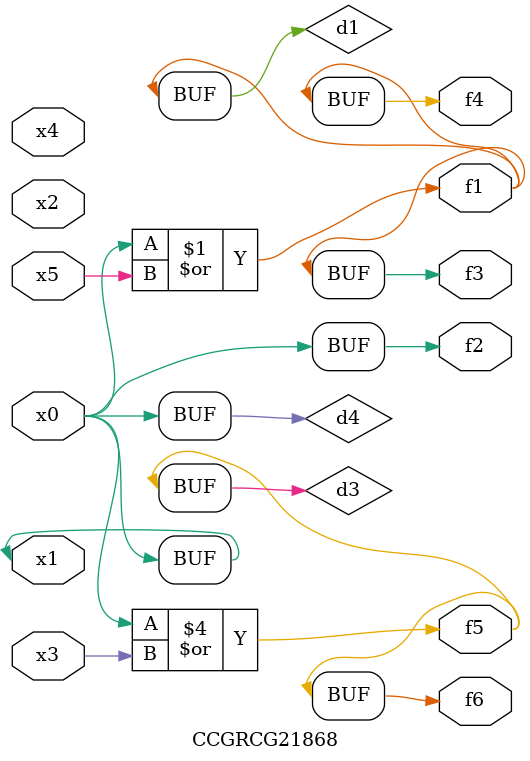
<source format=v>
module CCGRCG21868(
	input x0, x1, x2, x3, x4, x5,
	output f1, f2, f3, f4, f5, f6
);

	wire d1, d2, d3, d4;

	or (d1, x0, x5);
	xnor (d2, x1, x4);
	or (d3, x0, x3);
	buf (d4, x0, x1);
	assign f1 = d1;
	assign f2 = d4;
	assign f3 = d1;
	assign f4 = d1;
	assign f5 = d3;
	assign f6 = d3;
endmodule

</source>
